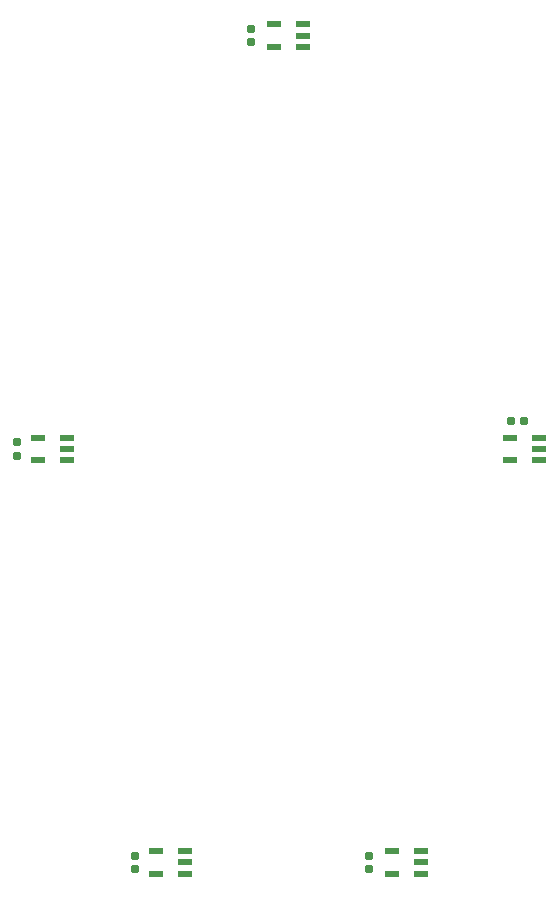
<source format=gbp>
G04 #@! TF.GenerationSoftware,KiCad,Pcbnew,7.0.7*
G04 #@! TF.CreationDate,2024-10-25T09:44:25+02:00*
G04 #@! TF.ProjectId,Benhui_Tongue,42656e68-7569-45f5-946f-6e6775652e6b,rev?*
G04 #@! TF.SameCoordinates,Original*
G04 #@! TF.FileFunction,Paste,Bot*
G04 #@! TF.FilePolarity,Positive*
%FSLAX46Y46*%
G04 Gerber Fmt 4.6, Leading zero omitted, Abs format (unit mm)*
G04 Created by KiCad (PCBNEW 7.0.7) date 2024-10-25 09:44:25*
%MOMM*%
%LPD*%
G01*
G04 APERTURE LIST*
G04 Aperture macros list*
%AMRoundRect*
0 Rectangle with rounded corners*
0 $1 Rounding radius*
0 $2 $3 $4 $5 $6 $7 $8 $9 X,Y pos of 4 corners*
0 Add a 4 corners polygon primitive as box body*
4,1,4,$2,$3,$4,$5,$6,$7,$8,$9,$2,$3,0*
0 Add four circle primitives for the rounded corners*
1,1,$1+$1,$2,$3*
1,1,$1+$1,$4,$5*
1,1,$1+$1,$6,$7*
1,1,$1+$1,$8,$9*
0 Add four rect primitives between the rounded corners*
20,1,$1+$1,$2,$3,$4,$5,0*
20,1,$1+$1,$4,$5,$6,$7,0*
20,1,$1+$1,$6,$7,$8,$9,0*
20,1,$1+$1,$8,$9,$2,$3,0*%
G04 Aperture macros list end*
%ADD10R,1.270000X0.508000*%
%ADD11RoundRect,0.155000X0.155000X-0.212500X0.155000X0.212500X-0.155000X0.212500X-0.155000X-0.212500X0*%
%ADD12RoundRect,0.155000X0.212500X0.155000X-0.212500X0.155000X-0.212500X-0.155000X0.212500X-0.155000X0*%
G04 APERTURE END LIST*
D10*
X110419200Y-98149999D03*
X110419200Y-99100000D03*
X110419200Y-100050001D03*
X107980800Y-100050001D03*
X107980800Y-98149999D03*
D11*
X126000000Y-99667500D03*
X126000000Y-98532500D03*
D10*
X120419200Y-28149999D03*
X120419200Y-29100000D03*
X120419200Y-30050001D03*
X117980800Y-30050001D03*
X117980800Y-28149999D03*
X100419200Y-63149999D03*
X100419200Y-64100000D03*
X100419200Y-65050001D03*
X97980800Y-65050001D03*
X97980800Y-63149999D03*
D11*
X116000000Y-29667500D03*
X116000000Y-28532500D03*
D10*
X130419200Y-98149999D03*
X130419200Y-99100000D03*
X130419200Y-100050001D03*
X127980800Y-100050001D03*
X127980800Y-98149999D03*
X140419200Y-63149999D03*
X140419200Y-64100000D03*
X140419200Y-65050001D03*
X137980800Y-65050001D03*
X137980800Y-63149999D03*
D12*
X139167500Y-61700000D03*
X138032500Y-61700000D03*
D11*
X96200000Y-64667500D03*
X96200000Y-63532500D03*
X106200000Y-99667500D03*
X106200000Y-98532500D03*
M02*

</source>
